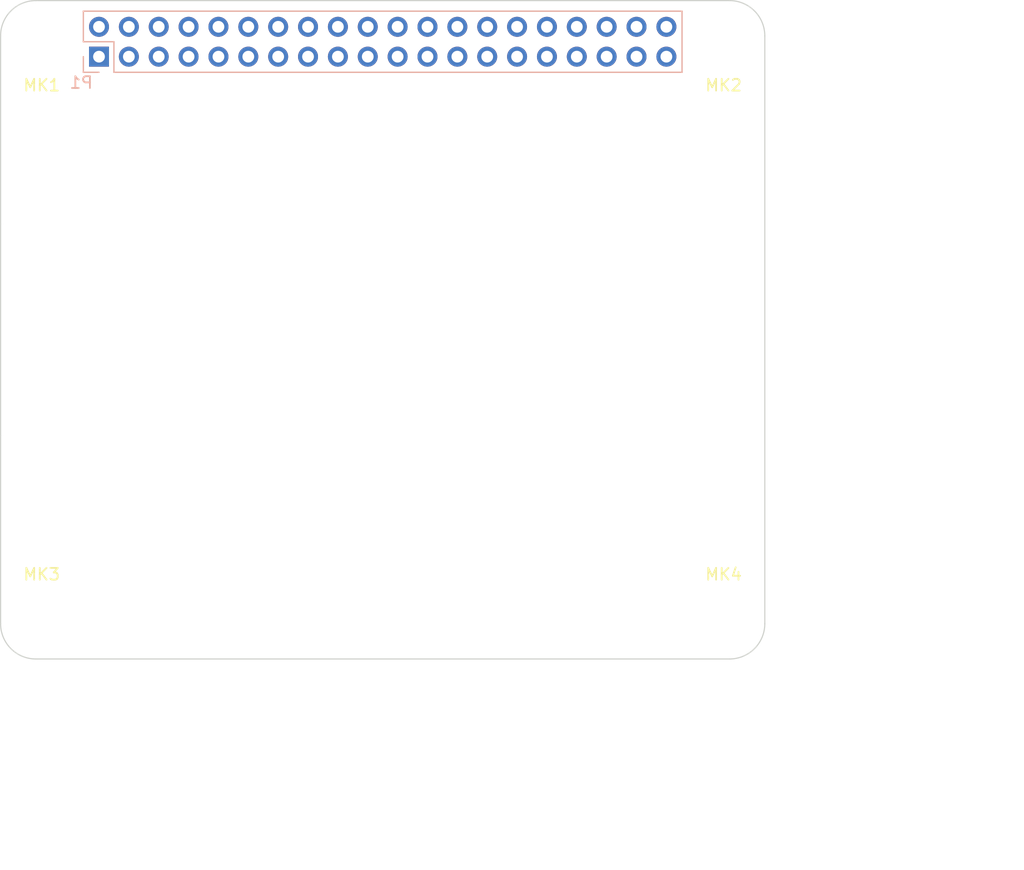
<source format=kicad_pcb>
(kicad_pcb (version 20171130) (host pcbnew 5.1.5+dfsg1-2build2)

  (general
    (thickness 1.6)
    (drawings 26)
    (tracks 0)
    (zones 0)
    (modules 5)
    (nets 32)
  )

  (page A3)
  (title_block
    (date "15 nov 2012")
  )

  (layers
    (0 F.Cu signal)
    (31 B.Cu signal)
    (32 B.Adhes user)
    (33 F.Adhes user)
    (34 B.Paste user)
    (35 F.Paste user)
    (36 B.SilkS user)
    (37 F.SilkS user)
    (38 B.Mask user)
    (39 F.Mask user)
    (40 Dwgs.User user)
    (41 Cmts.User user)
    (42 Eco1.User user)
    (43 Eco2.User user)
    (44 Edge.Cuts user)
  )

  (setup
    (last_trace_width 0.2)
    (trace_clearance 0.2)
    (zone_clearance 0.508)
    (zone_45_only no)
    (trace_min 0.1524)
    (via_size 0.9)
    (via_drill 0.6)
    (via_min_size 0.8)
    (via_min_drill 0.5)
    (uvia_size 0.5)
    (uvia_drill 0.1)
    (uvias_allowed no)
    (uvia_min_size 0.5)
    (uvia_min_drill 0.1)
    (edge_width 0.1)
    (segment_width 0.1)
    (pcb_text_width 0.3)
    (pcb_text_size 1 1)
    (mod_edge_width 0.15)
    (mod_text_size 1 1)
    (mod_text_width 0.15)
    (pad_size 2.5 2.5)
    (pad_drill 2.5)
    (pad_to_mask_clearance 0)
    (aux_axis_origin 200 150)
    (grid_origin 200 150)
    (visible_elements 7FFFFFFF)
    (pcbplotparams
      (layerselection 0x00030_80000001)
      (usegerberextensions true)
      (usegerberattributes false)
      (usegerberadvancedattributes false)
      (creategerberjobfile false)
      (excludeedgelayer true)
      (linewidth 0.150000)
      (plotframeref false)
      (viasonmask false)
      (mode 1)
      (useauxorigin false)
      (hpglpennumber 1)
      (hpglpenspeed 20)
      (hpglpendiameter 15.000000)
      (psnegative false)
      (psa4output false)
      (plotreference true)
      (plotvalue true)
      (plotinvisibletext false)
      (padsonsilk false)
      (subtractmaskfromsilk false)
      (outputformat 1)
      (mirror false)
      (drillshape 1)
      (scaleselection 1)
      (outputdirectory ""))
  )

  (net 0 "")
  (net 1 +3V3)
  (net 2 +5V)
  (net 3 GND)
  (net 4 /ID_SD)
  (net 5 /ID_SC)
  (net 6 /GPIO5)
  (net 7 /GPIO6)
  (net 8 /GPIO26)
  (net 9 "/GPIO2(SDA1)")
  (net 10 "/GPIO3(SCL1)")
  (net 11 "/GPIO4(GCLK)")
  (net 12 "/GPIO14(TXD0)")
  (net 13 "/GPIO15(RXD0)")
  (net 14 "/GPIO17(GEN0)")
  (net 15 "/GPIO27(GEN2)")
  (net 16 "/GPIO22(GEN3)")
  (net 17 "/GPIO23(GEN4)")
  (net 18 "/GPIO24(GEN5)")
  (net 19 "/GPIO25(GEN6)")
  (net 20 "/GPIO18(GEN1)(PWM0)")
  (net 21 "/GPIO10(SPI0_MOSI)")
  (net 22 "/GPIO9(SPI0_MISO)")
  (net 23 "/GPIO11(SPI0_SCK)")
  (net 24 "/GPIO8(SPI0_CE_N)")
  (net 25 "/GPIO7(SPI1_CE_N)")
  (net 26 "/GPIO12(PWM0)")
  (net 27 "/GPIO13(PWM1)")
  (net 28 "/GPIO19(SPI1_MISO)")
  (net 29 /GPIO16)
  (net 30 "/GPIO20(SPI1_MOSI)")
  (net 31 "/GPIO21(SPI1_SCK)")

  (net_class Default "This is the default net class."
    (clearance 0.2)
    (trace_width 0.2)
    (via_dia 0.9)
    (via_drill 0.6)
    (uvia_dia 0.5)
    (uvia_drill 0.1)
    (add_net +3V3)
    (add_net +5V)
    (add_net "/GPIO10(SPI0_MOSI)")
    (add_net "/GPIO11(SPI0_SCK)")
    (add_net "/GPIO12(PWM0)")
    (add_net "/GPIO13(PWM1)")
    (add_net "/GPIO14(TXD0)")
    (add_net "/GPIO15(RXD0)")
    (add_net /GPIO16)
    (add_net "/GPIO17(GEN0)")
    (add_net "/GPIO18(GEN1)(PWM0)")
    (add_net "/GPIO19(SPI1_MISO)")
    (add_net "/GPIO2(SDA1)")
    (add_net "/GPIO20(SPI1_MOSI)")
    (add_net "/GPIO21(SPI1_SCK)")
    (add_net "/GPIO22(GEN3)")
    (add_net "/GPIO23(GEN4)")
    (add_net "/GPIO24(GEN5)")
    (add_net "/GPIO25(GEN6)")
    (add_net /GPIO26)
    (add_net "/GPIO27(GEN2)")
    (add_net "/GPIO3(SCL1)")
    (add_net "/GPIO4(GCLK)")
    (add_net /GPIO5)
    (add_net /GPIO6)
    (add_net "/GPIO7(SPI1_CE_N)")
    (add_net "/GPIO8(SPI0_CE_N)")
    (add_net "/GPIO9(SPI0_MISO)")
    (add_net /ID_SC)
    (add_net /ID_SD)
    (add_net GND)
  )

  (net_class Power ""
    (clearance 0.2)
    (trace_width 0.5)
    (via_dia 1)
    (via_drill 0.7)
    (uvia_dia 0.5)
    (uvia_drill 0.1)
  )

  (module Connector_PinSocket_2.54mm:PinSocket_2x20_P2.54mm_Vertical (layer B.Cu) (tedit 5A19A433) (tstamp 5A793E9F)
    (at 208.37 98.77 270)
    (descr "Through hole straight socket strip, 2x20, 2.54mm pitch, double cols (from Kicad 4.0.7), script generated")
    (tags "Through hole socket strip THT 2x20 2.54mm double row")
    (path /59AD464A)
    (fp_text reference P1 (at 2.208 1.512) (layer B.SilkS)
      (effects (font (size 1 1) (thickness 0.15)) (justify mirror))
    )
    (fp_text value Conn_02x20_Odd_Even (at -1.27 -51.03 270) (layer B.Fab)
      (effects (font (size 1 1) (thickness 0.15)) (justify mirror))
    )
    (fp_line (start -3.81 1.27) (end 0.27 1.27) (layer B.Fab) (width 0.1))
    (fp_line (start 0.27 1.27) (end 1.27 0.27) (layer B.Fab) (width 0.1))
    (fp_line (start 1.27 0.27) (end 1.27 -49.53) (layer B.Fab) (width 0.1))
    (fp_line (start 1.27 -49.53) (end -3.81 -49.53) (layer B.Fab) (width 0.1))
    (fp_line (start -3.81 -49.53) (end -3.81 1.27) (layer B.Fab) (width 0.1))
    (fp_line (start -3.87 1.33) (end -1.27 1.33) (layer B.SilkS) (width 0.12))
    (fp_line (start -3.87 1.33) (end -3.87 -49.59) (layer B.SilkS) (width 0.12))
    (fp_line (start -3.87 -49.59) (end 1.33 -49.59) (layer B.SilkS) (width 0.12))
    (fp_line (start 1.33 -1.27) (end 1.33 -49.59) (layer B.SilkS) (width 0.12))
    (fp_line (start -1.27 -1.27) (end 1.33 -1.27) (layer B.SilkS) (width 0.12))
    (fp_line (start -1.27 1.33) (end -1.27 -1.27) (layer B.SilkS) (width 0.12))
    (fp_line (start 1.33 1.33) (end 1.33 0) (layer B.SilkS) (width 0.12))
    (fp_line (start 0 1.33) (end 1.33 1.33) (layer B.SilkS) (width 0.12))
    (fp_line (start -4.34 1.8) (end 1.76 1.8) (layer B.CrtYd) (width 0.05))
    (fp_line (start 1.76 1.8) (end 1.76 -50) (layer B.CrtYd) (width 0.05))
    (fp_line (start 1.76 -50) (end -4.34 -50) (layer B.CrtYd) (width 0.05))
    (fp_line (start -4.34 -50) (end -4.34 1.8) (layer B.CrtYd) (width 0.05))
    (fp_text user %R (at -1.27 -24.13 180) (layer B.Fab)
      (effects (font (size 1 1) (thickness 0.15)) (justify mirror))
    )
    (pad 1 thru_hole rect (at 0 0 270) (size 1.7 1.7) (drill 1) (layers *.Cu *.Mask)
      (net 1 +3V3))
    (pad 2 thru_hole oval (at -2.54 0 270) (size 1.7 1.7) (drill 1) (layers *.Cu *.Mask)
      (net 2 +5V))
    (pad 3 thru_hole oval (at 0 -2.54 270) (size 1.7 1.7) (drill 1) (layers *.Cu *.Mask)
      (net 9 "/GPIO2(SDA1)"))
    (pad 4 thru_hole oval (at -2.54 -2.54 270) (size 1.7 1.7) (drill 1) (layers *.Cu *.Mask)
      (net 2 +5V))
    (pad 5 thru_hole oval (at 0 -5.08 270) (size 1.7 1.7) (drill 1) (layers *.Cu *.Mask)
      (net 10 "/GPIO3(SCL1)"))
    (pad 6 thru_hole oval (at -2.54 -5.08 270) (size 1.7 1.7) (drill 1) (layers *.Cu *.Mask)
      (net 3 GND))
    (pad 7 thru_hole oval (at 0 -7.62 270) (size 1.7 1.7) (drill 1) (layers *.Cu *.Mask)
      (net 11 "/GPIO4(GCLK)"))
    (pad 8 thru_hole oval (at -2.54 -7.62 270) (size 1.7 1.7) (drill 1) (layers *.Cu *.Mask)
      (net 12 "/GPIO14(TXD0)"))
    (pad 9 thru_hole oval (at 0 -10.16 270) (size 1.7 1.7) (drill 1) (layers *.Cu *.Mask)
      (net 3 GND))
    (pad 10 thru_hole oval (at -2.54 -10.16 270) (size 1.7 1.7) (drill 1) (layers *.Cu *.Mask)
      (net 13 "/GPIO15(RXD0)"))
    (pad 11 thru_hole oval (at 0 -12.7 270) (size 1.7 1.7) (drill 1) (layers *.Cu *.Mask)
      (net 14 "/GPIO17(GEN0)"))
    (pad 12 thru_hole oval (at -2.54 -12.7 270) (size 1.7 1.7) (drill 1) (layers *.Cu *.Mask)
      (net 20 "/GPIO18(GEN1)(PWM0)"))
    (pad 13 thru_hole oval (at 0 -15.24 270) (size 1.7 1.7) (drill 1) (layers *.Cu *.Mask)
      (net 15 "/GPIO27(GEN2)"))
    (pad 14 thru_hole oval (at -2.54 -15.24 270) (size 1.7 1.7) (drill 1) (layers *.Cu *.Mask)
      (net 3 GND))
    (pad 15 thru_hole oval (at 0 -17.78 270) (size 1.7 1.7) (drill 1) (layers *.Cu *.Mask)
      (net 16 "/GPIO22(GEN3)"))
    (pad 16 thru_hole oval (at -2.54 -17.78 270) (size 1.7 1.7) (drill 1) (layers *.Cu *.Mask)
      (net 17 "/GPIO23(GEN4)"))
    (pad 17 thru_hole oval (at 0 -20.32 270) (size 1.7 1.7) (drill 1) (layers *.Cu *.Mask)
      (net 1 +3V3))
    (pad 18 thru_hole oval (at -2.54 -20.32 270) (size 1.7 1.7) (drill 1) (layers *.Cu *.Mask)
      (net 18 "/GPIO24(GEN5)"))
    (pad 19 thru_hole oval (at 0 -22.86 270) (size 1.7 1.7) (drill 1) (layers *.Cu *.Mask)
      (net 21 "/GPIO10(SPI0_MOSI)"))
    (pad 20 thru_hole oval (at -2.54 -22.86 270) (size 1.7 1.7) (drill 1) (layers *.Cu *.Mask)
      (net 3 GND))
    (pad 21 thru_hole oval (at 0 -25.4 270) (size 1.7 1.7) (drill 1) (layers *.Cu *.Mask)
      (net 22 "/GPIO9(SPI0_MISO)"))
    (pad 22 thru_hole oval (at -2.54 -25.4 270) (size 1.7 1.7) (drill 1) (layers *.Cu *.Mask)
      (net 19 "/GPIO25(GEN6)"))
    (pad 23 thru_hole oval (at 0 -27.94 270) (size 1.7 1.7) (drill 1) (layers *.Cu *.Mask)
      (net 23 "/GPIO11(SPI0_SCK)"))
    (pad 24 thru_hole oval (at -2.54 -27.94 270) (size 1.7 1.7) (drill 1) (layers *.Cu *.Mask)
      (net 24 "/GPIO8(SPI0_CE_N)"))
    (pad 25 thru_hole oval (at 0 -30.48 270) (size 1.7 1.7) (drill 1) (layers *.Cu *.Mask)
      (net 3 GND))
    (pad 26 thru_hole oval (at -2.54 -30.48 270) (size 1.7 1.7) (drill 1) (layers *.Cu *.Mask)
      (net 25 "/GPIO7(SPI1_CE_N)"))
    (pad 27 thru_hole oval (at 0 -33.02 270) (size 1.7 1.7) (drill 1) (layers *.Cu *.Mask)
      (net 4 /ID_SD))
    (pad 28 thru_hole oval (at -2.54 -33.02 270) (size 1.7 1.7) (drill 1) (layers *.Cu *.Mask)
      (net 5 /ID_SC))
    (pad 29 thru_hole oval (at 0 -35.56 270) (size 1.7 1.7) (drill 1) (layers *.Cu *.Mask)
      (net 6 /GPIO5))
    (pad 30 thru_hole oval (at -2.54 -35.56 270) (size 1.7 1.7) (drill 1) (layers *.Cu *.Mask)
      (net 3 GND))
    (pad 31 thru_hole oval (at 0 -38.1 270) (size 1.7 1.7) (drill 1) (layers *.Cu *.Mask)
      (net 7 /GPIO6))
    (pad 32 thru_hole oval (at -2.54 -38.1 270) (size 1.7 1.7) (drill 1) (layers *.Cu *.Mask)
      (net 26 "/GPIO12(PWM0)"))
    (pad 33 thru_hole oval (at 0 -40.64 270) (size 1.7 1.7) (drill 1) (layers *.Cu *.Mask)
      (net 27 "/GPIO13(PWM1)"))
    (pad 34 thru_hole oval (at -2.54 -40.64 270) (size 1.7 1.7) (drill 1) (layers *.Cu *.Mask)
      (net 3 GND))
    (pad 35 thru_hole oval (at 0 -43.18 270) (size 1.7 1.7) (drill 1) (layers *.Cu *.Mask)
      (net 28 "/GPIO19(SPI1_MISO)"))
    (pad 36 thru_hole oval (at -2.54 -43.18 270) (size 1.7 1.7) (drill 1) (layers *.Cu *.Mask)
      (net 29 /GPIO16))
    (pad 37 thru_hole oval (at 0 -45.72 270) (size 1.7 1.7) (drill 1) (layers *.Cu *.Mask)
      (net 8 /GPIO26))
    (pad 38 thru_hole oval (at -2.54 -45.72 270) (size 1.7 1.7) (drill 1) (layers *.Cu *.Mask)
      (net 30 "/GPIO20(SPI1_MOSI)"))
    (pad 39 thru_hole oval (at 0 -48.26 270) (size 1.7 1.7) (drill 1) (layers *.Cu *.Mask)
      (net 3 GND))
    (pad 40 thru_hole oval (at -2.54 -48.26 270) (size 1.7 1.7) (drill 1) (layers *.Cu *.Mask)
      (net 31 "/GPIO21(SPI1_SCK)"))
    (model ${KISYS3DMOD}/Connector_PinSocket_2.54mm.3dshapes/PinSocket_2x20_P2.54mm_Vertical.wrl
      (at (xyz 0 0 0))
      (scale (xyz 1 1 1))
      (rotate (xyz 0 0 0))
    )
  )

  (module MountingHole:MountingHole_2.7mm_M2.5 (layer F.Cu) (tedit 56D1B4CB) (tstamp 5A793E98)
    (at 261.5 146.5)
    (descr "Mounting Hole 2.7mm, no annular, M2.5")
    (tags "mounting hole 2.7mm no annular m2.5")
    (path /5834FC4F)
    (attr virtual)
    (fp_text reference MK4 (at 0 -3.7) (layer F.SilkS)
      (effects (font (size 1 1) (thickness 0.15)))
    )
    (fp_text value M2.5 (at 0 3.7) (layer F.Fab)
      (effects (font (size 1 1) (thickness 0.15)))
    )
    (fp_circle (center 0 0) (end 2.95 0) (layer F.CrtYd) (width 0.05))
    (fp_circle (center 0 0) (end 2.7 0) (layer Cmts.User) (width 0.15))
    (fp_text user %R (at 0.3 0) (layer F.Fab)
      (effects (font (size 1 1) (thickness 0.15)))
    )
    (pad 1 np_thru_hole circle (at 0 0) (size 2.7 2.7) (drill 2.7) (layers *.Cu *.Mask))
  )

  (module MountingHole:MountingHole_2.7mm_M2.5 (layer F.Cu) (tedit 56D1B4CB) (tstamp 5A793E91)
    (at 203.5 146.5)
    (descr "Mounting Hole 2.7mm, no annular, M2.5")
    (tags "mounting hole 2.7mm no annular m2.5")
    (path /5834FBEF)
    (attr virtual)
    (fp_text reference MK3 (at 0 -3.7) (layer F.SilkS)
      (effects (font (size 1 1) (thickness 0.15)))
    )
    (fp_text value M2.5 (at 0 3.7) (layer F.Fab)
      (effects (font (size 1 1) (thickness 0.15)))
    )
    (fp_text user %R (at 0.3 0) (layer F.Fab)
      (effects (font (size 1 1) (thickness 0.15)))
    )
    (fp_circle (center 0 0) (end 2.7 0) (layer Cmts.User) (width 0.15))
    (fp_circle (center 0 0) (end 2.95 0) (layer F.CrtYd) (width 0.05))
    (pad 1 np_thru_hole circle (at 0 0) (size 2.7 2.7) (drill 2.7) (layers *.Cu *.Mask))
  )

  (module MountingHole:MountingHole_2.7mm_M2.5 (layer F.Cu) (tedit 56D1B4CB) (tstamp 5A793E8A)
    (at 261.5 97.5 180)
    (descr "Mounting Hole 2.7mm, no annular, M2.5")
    (tags "mounting hole 2.7mm no annular m2.5")
    (path /5834FC19)
    (attr virtual)
    (fp_text reference MK2 (at 0 -3.7 180) (layer F.SilkS)
      (effects (font (size 1 1) (thickness 0.15)))
    )
    (fp_text value M2.5 (at 0 3.7 180) (layer F.Fab)
      (effects (font (size 1 1) (thickness 0.15)))
    )
    (fp_circle (center 0 0) (end 2.95 0) (layer F.CrtYd) (width 0.05))
    (fp_circle (center 0 0) (end 2.7 0) (layer Cmts.User) (width 0.15))
    (fp_text user %R (at 0.3 0 180) (layer F.Fab)
      (effects (font (size 1 1) (thickness 0.15)))
    )
    (pad 1 np_thru_hole circle (at 0 0 180) (size 2.7 2.7) (drill 2.7) (layers *.Cu *.Mask))
  )

  (module MountingHole:MountingHole_2.7mm_M2.5 (layer F.Cu) (tedit 56D1B4CB) (tstamp 5A793E83)
    (at 203.5 97.5 180)
    (descr "Mounting Hole 2.7mm, no annular, M2.5")
    (tags "mounting hole 2.7mm no annular m2.5")
    (path /5834FB2E)
    (attr virtual)
    (fp_text reference MK1 (at 0 -3.7 180) (layer F.SilkS)
      (effects (font (size 1 1) (thickness 0.15)))
    )
    (fp_text value M2.5 (at 0 3.7 180) (layer F.Fab)
      (effects (font (size 1 1) (thickness 0.15)))
    )
    (fp_text user %R (at 0.3 0 180) (layer F.Fab)
      (effects (font (size 1 1) (thickness 0.15)))
    )
    (fp_circle (center 0 0) (end 2.7 0) (layer Cmts.User) (width 0.15))
    (fp_circle (center 0 0) (end 2.95 0) (layer F.CrtYd) (width 0.05))
    (pad 1 np_thru_hole circle (at 0 0 180) (size 2.7 2.7) (drill 2.7) (layers *.Cu *.Mask))
  )

  (gr_line (start 200 113) (end 200 131) (layer Edge.Cuts) (width 0.1))
  (gr_line (start 200 97) (end 200 113) (layer Edge.Cuts) (width 0.1))
  (gr_line (start 200 131) (end 200 147) (layer Edge.Cuts) (width 0.1))
  (gr_text RJ45 (at 276.2 139.84) (layer Dwgs.User) (tstamp 580CBBEB)
    (effects (font (size 2 2) (thickness 0.15)))
  )
  (gr_text USB (at 277.724 121.552) (layer Dwgs.User) (tstamp 580CBBE9)
    (effects (font (size 2 2) (thickness 0.15)))
  )
  (gr_text USB (at 278.232 102.248) (layer Dwgs.User)
    (effects (font (size 2 2) (thickness 0.15)))
  )
  (gr_arc (start 262 97) (end 262 94) (angle 90) (layer Edge.Cuts) (width 0.1))
  (gr_arc (start 262 147) (end 265 147) (angle 90) (layer Edge.Cuts) (width 0.1))
  (gr_arc (start 203 147) (end 203 150) (angle 90) (layer Edge.Cuts) (width 0.1))
  (gr_arc (start 203 97) (end 200 97) (angle 90) (layer Edge.Cuts) (width 0.1))
  (gr_line (start 269.9 114.45) (end 287 114.45) (layer Dwgs.User) (width 0.1))
  (gr_line (start 262 94) (end 203 94) (layer Edge.Cuts) (width 0.1))
  (gr_line (start 269.9 127.55) (end 269.9 114.45) (layer Dwgs.User) (width 0.1))
  (gr_line (start 287 127.55) (end 269.9 127.55) (layer Dwgs.User) (width 0.1))
  (gr_line (start 287 114.45) (end 287 127.55) (layer Dwgs.User) (width 0.1))
  (gr_line (start 266 147.675) (end 266 131.825) (layer Dwgs.User) (width 0.1))
  (gr_line (start 287 147.675) (end 266 147.675) (layer Dwgs.User) (width 0.1))
  (gr_line (start 287 131.825) (end 287 147.675) (layer Dwgs.User) (width 0.1))
  (gr_line (start 266 131.825) (end 287 131.825) (layer Dwgs.User) (width 0.1))
  (gr_line (start 265 147) (end 265 97) (layer Edge.Cuts) (width 0.1))
  (gr_line (start 203 150) (end 262 150) (layer Edge.Cuts) (width 0.1))
  (gr_line (start 269.9 109.455925) (end 269.9 96.355925) (layer Dwgs.User) (width 0.1))
  (gr_line (start 287 109.455925) (end 269.9 109.455925) (layer Dwgs.User) (width 0.1))
  (gr_line (start 287 96.355925) (end 287 109.455925) (layer Dwgs.User) (width 0.1))
  (gr_line (start 269.9 96.355925) (end 287 96.355925) (layer Dwgs.User) (width 0.1))
  (gr_text "RASPBERRY-PI 40-PIN ADDON BOARD\nVIEW FROM TOP\nNOTE: P1 SHOULD BE FITTED ON THE REVERSE OF THE BOARD\n\nADD EDGE CUTS FROM CAMERA AND DISPLAY PORTS AS REQUIRED" (at 200 160.16) (layer Dwgs.User)
    (effects (font (size 2 1.7) (thickness 0.12)) (justify left))
  )

)

</source>
